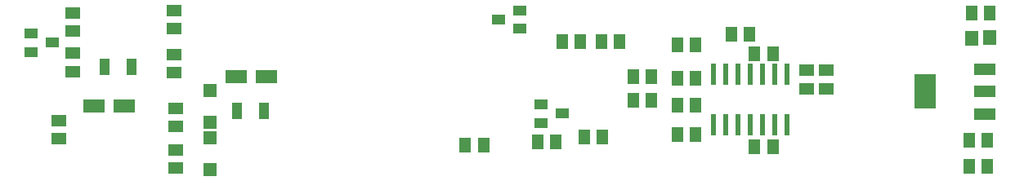
<source format=gbr>
%TF.GenerationSoftware,KiCad,Pcbnew,8.0.5*%
%TF.CreationDate,2024-11-18T15:17:10-05:00*%
%TF.ProjectId,RadioMusic_F rev2-2,52616469-6f4d-4757-9369-635f46207265,rev?*%
%TF.SameCoordinates,Original*%
%TF.FileFunction,Paste,Bot*%
%TF.FilePolarity,Positive*%
%FSLAX46Y46*%
G04 Gerber Fmt 4.6, Leading zero omitted, Abs format (unit mm)*
G04 Created by KiCad (PCBNEW 8.0.5) date 2024-11-18 15:17:10*
%MOMM*%
%LPD*%
G01*
G04 APERTURE LIST*
G04 Aperture macros list*
%AMRotRect*
0 Rectangle, with rotation*
0 The origin of the aperture is its center*
0 $1 length*
0 $2 width*
0 $3 Rotation angle, in degrees counterclockwise*
0 Add horizontal line*
21,1,$1,$2,0,0,$3*%
G04 Aperture macros list end*
%ADD10R,1.300000X1.500000*%
%ADD11R,1.400000X1.000000*%
%ADD12R,2.200000X1.400000*%
%ADD13RotRect,1.300000X1.500000X180.600000*%
%ADD14R,1.000000X1.800000*%
%ADD15R,1.500000X1.300000*%
%ADD16R,1.397000X1.397000*%
%ADD17R,0.600000X2.200000*%
%ADD18R,2.235200X1.219200*%
%ADD19R,2.200000X3.600000*%
G04 APERTURE END LIST*
D10*
%TO.C,R16*%
X165425100Y-110050600D03*
X167325100Y-110050600D03*
%TD*%
%TO.C,R1*%
X155773100Y-110304600D03*
X157673100Y-110304600D03*
%TD*%
D11*
%TO.C,D9*%
X149060100Y-97162600D03*
X149060100Y-99062600D03*
X146860100Y-98112600D03*
%TD*%
D12*
%TO.C,C9*%
X119690100Y-104081600D03*
X122890100Y-104081600D03*
%TD*%
D10*
%TO.C,R7*%
X167325100Y-107002600D03*
X165425100Y-107002600D03*
%TD*%
%TO.C,C5*%
X175326100Y-101668600D03*
X173426100Y-101668600D03*
%TD*%
D11*
%TO.C,D6*%
X98473100Y-101475600D03*
X98473100Y-99575600D03*
X100673100Y-100525600D03*
%TD*%
D10*
%TO.C,R3*%
X159451100Y-100398600D03*
X157551100Y-100398600D03*
%TD*%
D13*
%TO.C,R12*%
X197805048Y-100007652D03*
X195905152Y-100027548D03*
%TD*%
D10*
%TO.C,R5*%
X165425100Y-104208600D03*
X167325100Y-104208600D03*
%TD*%
%TO.C,R11*%
X197805100Y-97477600D03*
X195905100Y-97477600D03*
%TD*%
D14*
%TO.C,F2*%
X122563100Y-107637600D03*
X119763100Y-107637600D03*
%TD*%
D10*
%TO.C,R2*%
X171013100Y-99636600D03*
X172913100Y-99636600D03*
%TD*%
%TO.C,C3*%
X165425100Y-100779600D03*
X167325100Y-100779600D03*
%TD*%
D15*
%TO.C,R9*%
X113416100Y-107322600D03*
X113416100Y-109222600D03*
%TD*%
D10*
%TO.C,R8*%
X145354100Y-111193600D03*
X143454100Y-111193600D03*
%TD*%
D14*
%TO.C,F1*%
X108847100Y-103065600D03*
X106047100Y-103065600D03*
%TD*%
D10*
%TO.C,R15*%
X152847100Y-110812600D03*
X150947100Y-110812600D03*
%TD*%
D16*
%TO.C,D2*%
X116972100Y-108780600D03*
X116972100Y-105478600D03*
%TD*%
D11*
%TO.C,D5*%
X151305100Y-108841600D03*
X151305100Y-106941600D03*
X153505100Y-107891600D03*
%TD*%
D15*
%TO.C,R10*%
X113416100Y-113540600D03*
X113416100Y-111640600D03*
%TD*%
D10*
%TO.C,R4*%
X160853100Y-104081600D03*
X162753100Y-104081600D03*
%TD*%
D15*
%TO.C,C4*%
X180853100Y-105285600D03*
X180853100Y-103385600D03*
%TD*%
D10*
%TO.C,C8*%
X175326100Y-111320600D03*
X173426100Y-111320600D03*
%TD*%
%TO.C,C2*%
X153487100Y-100398600D03*
X155387100Y-100398600D03*
%TD*%
D12*
%TO.C,C10*%
X108158100Y-107129600D03*
X104958100Y-107129600D03*
%TD*%
D17*
%TO.C,IC4*%
X169169100Y-103827600D03*
X170439100Y-103827600D03*
X171709100Y-103827600D03*
X172979100Y-103827600D03*
X174249100Y-103827600D03*
X175519100Y-103827600D03*
X176789100Y-103827600D03*
X176789100Y-109027600D03*
X175519100Y-109027600D03*
X174249100Y-109027600D03*
X172979100Y-109027600D03*
X171709100Y-109027600D03*
X170439100Y-109027600D03*
X169169100Y-109027600D03*
%TD*%
D10*
%TO.C,R13*%
X197551100Y-110685600D03*
X195651100Y-110685600D03*
%TD*%
D16*
%TO.C,D1*%
X116972100Y-113733600D03*
X116972100Y-110431600D03*
%TD*%
D10*
%TO.C,C1*%
X160853100Y-106494600D03*
X162753100Y-106494600D03*
%TD*%
D15*
%TO.C,R17*%
X101351100Y-108592600D03*
X101351100Y-110492600D03*
%TD*%
%TO.C,R6*%
X178821100Y-103385600D03*
X178821100Y-105285600D03*
%TD*%
%TO.C,R20*%
X113289100Y-97162600D03*
X113289100Y-99062600D03*
%TD*%
D10*
%TO.C,R14*%
X197551100Y-113352600D03*
X195651100Y-113352600D03*
%TD*%
D15*
%TO.C,R18*%
X102748100Y-99316600D03*
X102748100Y-97416600D03*
%TD*%
%TO.C,R21*%
X113289100Y-103634600D03*
X113289100Y-101734600D03*
%TD*%
D18*
%TO.C,IC1*%
X197286900Y-103294200D03*
X197286900Y-105605600D03*
X197286900Y-107917000D03*
D19*
X191089100Y-105605600D03*
%TD*%
D15*
%TO.C,R19*%
X102748100Y-101607600D03*
X102748100Y-103507600D03*
%TD*%
M02*

</source>
